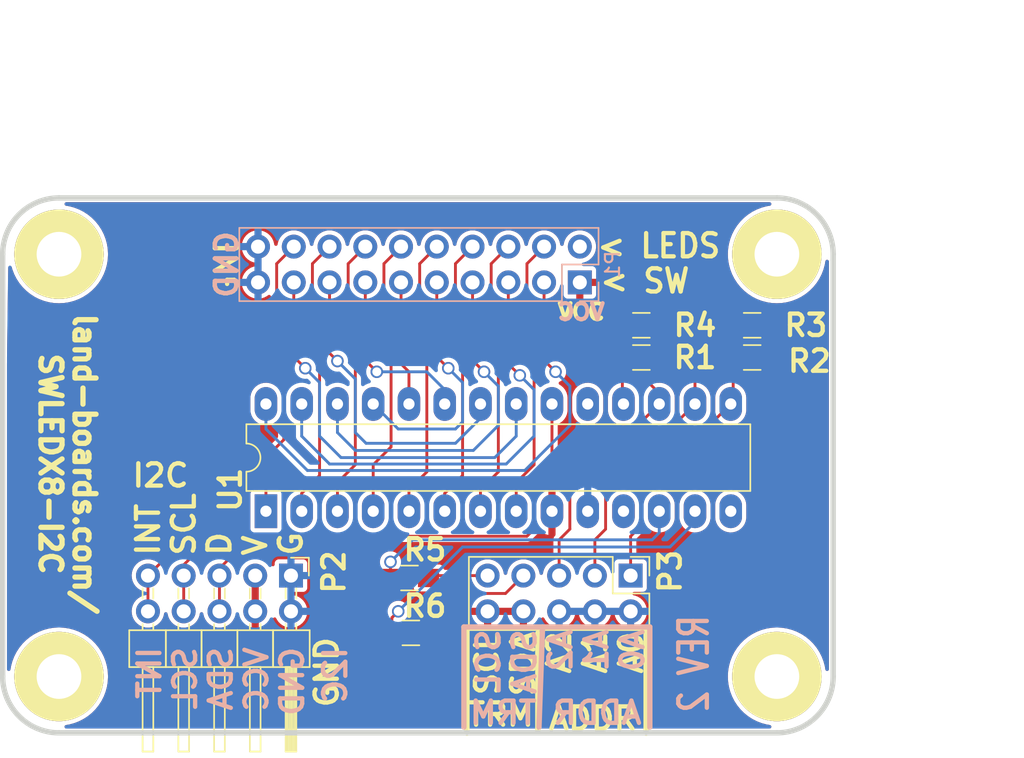
<source format=kicad_pcb>
(kicad_pcb (version 20211014) (generator pcbnew)
  (title_block (title "SWLEDX8-I2C") (date "2017-05-28") (rev "X1") (company "Land Boards, LLC"))
  (layers (0 "F.Cu" signal "Front") (31 "B.Cu" signal "Back") (36 "B.SilkS" user "B.Silkscreen") (37 "F.SilkS" user "F.Silkscreen") (38 "B.Mask" user) (39 "F.Mask" user) (44 "Edge.Cuts" user))
  (net 0 "")
  (net 1 "GND")
  (net 2 "VCC")
  (net 3 "/L0")
  (net 4 "/L1")
  (net 5 "/L2")
  (net 6 "/L3")
  (net 7 "/L4")
  (net 8 "/L5")
  (net 9 "/L6")
  (net 10 "/L7")
  (net 11 "/S4")
  (net 12 "/S5")
  (net 13 "/S6")
  (net 14 "/S7")
  (net 15 "/SDA")
  (net 16 "/SCL")
  (net 17 "/INTS")
  (net 18 "Net-(P3-Pad7)")
  (net 19 "Net-(P3-Pad9)")
  (net 20 "/S0")
  (net 21 "/S1")
  (net 22 "/S2")
  (net 23 "/S3")
  (net 24 "/A1")
  (net 25 "/A0")
  (net 26 "/RST")
  (net 27 "/A2")
  (footprint "Resistors_SMD:R_0805_HandSoldering" (layer "F.Cu") (at 45.372 11.336 180)
    (fp_text reference "R1" (at -3.81 0 180) (layer "F.SilkS") (effects (font (size 1.524 1.524) (thickness 0.3048))))
    (fp_text value "10K" hide)
    (fp_line (start 0.6 0.88) (end -0.6 0.88) (layer "F.SilkS") (width 0.12))
    (fp_line (start -0.6 -0.88) (end 0.6 -0.88) (layer "F.SilkS") (width 0.12))
    (pad "1" smd rect locked (at -1.35 0 180) (size 1.5 1.3) (layers "F.Cu" "F.Mask") (net 2 "VCC"))
    (pad "2" smd rect locked (at 1.35 0 180) (size 1.5 1.3) (layers "F.Cu" "F.Mask") (net 26 "/RST"))
  )
  (footprint "Resistors_SMD:R_0805_HandSoldering" (layer "F.Cu") (at 53.246 11.336 180)
    (fp_text reference "R2" (at -4.064 -0.254) (layer "F.SilkS") (effects (font (size 1.524 1.524) (thickness 0.3048))))
    (fp_text value "10K" hide)
    (fp_line (start 0.6 0.88) (end -0.6 0.88) (layer "F.SilkS") (width 0.12))
    (fp_line (start -0.6 -0.88) (end 0.6 -0.88) (layer "F.SilkS") (width 0.12))
    (pad "1" smd rect locked (at -1.35 0 180) (size 1.5 1.3) (layers "F.Cu" "F.Mask") (net 2 "VCC"))
    (pad "2" smd rect locked (at 1.35 0 180) (size 1.5 1.3) (layers "F.Cu" "F.Mask") (net 25 "/A0"))
  )
  (footprint "Resistors_SMD:R_0805_HandSoldering" (layer "F.Cu") (at 53.246 9.05 180)
    (fp_text reference "R3" (at -3.81 0) (layer "F.SilkS") (effects (font (size 1.524 1.524) (thickness 0.3048))))
    (fp_text value "10K" hide)
    (fp_line (start -0.6 -0.88) (end 0.6 -0.88) (layer "F.SilkS") (width 0.12))
    (fp_line (start 0.6 0.88) (end -0.6 0.88) (layer "F.SilkS") (width 0.12))
    (pad "1" smd rect locked (at -1.35 0 180) (size 1.5 1.3) (layers "F.Cu" "F.Mask") (net 2 "VCC"))
    (pad "2" smd rect locked (at 1.35 0 180) (size 1.5 1.3) (layers "F.Cu" "F.Mask") (net 24 "/A1"))
  )
  (footprint "Resistors_SMD:R_0805_HandSoldering" (layer "F.Cu") (at 45.372 9.05 180)
    (fp_text reference "R4" (at -3.81 0 180) (layer "F.SilkS") (effects (font (size 1.524 1.524) (thickness 0.3048))))
    (fp_text value "10K" hide)
    (fp_line (start -0.6 -0.88) (end 0.6 -0.88) (layer "F.SilkS") (width 0.12))
    (fp_line (start 0.6 0.88) (end -0.6 0.88) (layer "F.SilkS") (width 0.12))
    (pad "1" smd rect locked (at -1.35 0 180) (size 1.5 1.3) (layers "F.Cu" "F.Mask") (net 2 "VCC"))
    (pad "2" smd rect locked (at 1.35 0 180) (size 1.5 1.3) (layers "F.Cu" "F.Mask") (net 27 "/A2"))
  )
  (footprint "Resistors_SMD:R_0805_HandSoldering" (layer "F.Cu") (at 28.9 27)
    (fp_text reference "R5" (at 1.1 -2) (layer "F.SilkS") (effects (font (size 1.524 1.524) (thickness 0.3048))))
    (fp_text value "2.2K" hide)
    (fp_line (start -0.6 -0.88) (end 0.6 -0.88) (layer "F.SilkS") (width 0.12))
    (fp_line (start 0.6 0.88) (end -0.6 0.88) (layer "F.SilkS") (width 0.12))
    (pad "1" smd rect locked (at -1.35 0) (size 1.5 1.3) (layers "F.Cu" "F.Mask") (net 16 "/SCL"))
    (pad "2" smd rect locked (at 1.35 0) (size 1.5 1.3) (layers "F.Cu" "F.Mask") (net 19 "Net-(P3-Pad9)"))
  )
  (footprint "Resistors_SMD:R_0805_HandSoldering" (layer "F.Cu") (at 29 30.9)
    (fp_text reference "R6" (at 1 -1.9) (layer "F.SilkS") (effects (font (size 1.524 1.524) (thickness 0.3048))))
    (fp_text value "2.2K" hide)
    (fp_line (start -0.6 -0.88) (end 0.6 -0.88) (layer "F.SilkS") (width 0.12))
    (fp_line (start 0.6 0.88) (end -0.6 0.88) (layer "F.SilkS") (width 0.12))
    (pad "1" smd rect locked (at -1.35 0) (size 1.5 1.3) (layers "F.Cu" "F.Mask") (net 15 "/SDA"))
    (pad "2" smd rect locked (at 1.35 0) (size 1.5 1.3) (layers "F.Cu" "F.Mask") (net 18 "Net-(P3-Pad7)"))
  )
  (footprint "LandBoards_MountHoles:MTG-4-40" (layer "F.Cu") (at 55 34)
    (fp_text reference "MTG?1" hide)
    (fp_text value "MTG_HOLE" hide)
    (pad "1" thru_hole circle locked (at 0 0) (size 6.35 6.35) (drill 3.175) (layers *.Cu *.Mask "F.SilkS"))
  )
  (footprint "LandBoards_MountHoles:MTG-4-40" (layer "F.Cu") (at 55 4)
    (fp_text reference "MTG1" hide)
    (fp_text value "MTG_HOLE" hide)
    (pad "1" thru_hole circle locked (at 0 0) (size 6.35 6.35) (drill 3.175) (layers *.Cu *.Mask "F.SilkS"))
  )
  (footprint "LandBoards_MountHoles:MTG-4-40" (layer "F.Cu") (at 4 4)
    (fp_text reference "MTG2" hide)
    (fp_text value "MTG_HOLE" hide)
    (pad "1" thru_hole circle locked (at 0 0) (size 6.35 6.35) (drill 3.175) (layers *.Cu *.Mask "F.SilkS"))
  )
  (footprint "LandBoards_MountHoles:MTG-4-40" (layer "F.Cu") (at 4 34)
    (fp_text reference "MTG3" hide)
    (fp_text value "MTG_HOLE" hide)
    (pad "1" thru_hole circle locked (at 0 0) (size 6.35 6.35) (drill 3.175) (layers *.Cu *.Mask "F.SilkS"))
  )
  (footprint "Pin_Headers:Pin_Header_Straight_2x05_Pitch2.54mm" (layer "F.Cu") (at 44.61 26.83 -90)
    (fp_text reference "P3" (at -0.3 -2.8 -90) (layer "F.SilkS") (effects (font (size 1.524 1.524) (thickness 0.3048))))
    (fp_text value "CONN_02X05" hide)
    (fp_line (start -1.33 11.49) (end 3.87 11.49) (layer "F.SilkS") (width 0.12))
    (fp_line (start -1.33 0) (end -1.33 -1.33) (layer "F.SilkS") (width 0.12))
    (fp_line (start 1.27 1.27) (end -1.33 1.27) (layer "F.SilkS") (width 0.12))
    (fp_line (start 3.87 -1.33) (end 1.27 -1.33) (layer "F.SilkS") (width 0.12))
    (fp_line (start -1.33 1.27) (end -1.33 11.49) (layer "F.SilkS") (width 0.12))
    (fp_line (start -1.33 -1.33) (end 0 -1.33) (layer "F.SilkS") (width 0.12))
    (fp_line (start 1.27 -1.33) (end 1.27 1.27) (layer "F.SilkS") (width 0.12))
    (fp_line (start 3.87 11.49) (end 3.87 -1.33) (layer "F.SilkS") (width 0.12))
    (pad "1" thru_hole rect locked (at 0 0 270) (size 1.7 1.7) (drill 1) (layers *.Cu *.Mask) (net 25 "/A0"))
    (pad "2" thru_hole oval locked (at 2.54 0 270) (size 1.7 1.7) (drill 1) (layers *.Cu *.Mask) (net 1 "GND"))
    (pad "3" thru_hole oval locked (at 0 2.54 270) (size 1.7 1.7) (drill 1) (layers *.Cu *.Mask) (net 24 "/A1"))
    (pad "4" thru_hole oval locked (at 2.54 2.54 270) (size 1.7 1.7) (drill 1) (layers *.Cu *.Mask) (net 1 "GND"))
    (pad "5" thru_hole oval locked (at 0 5.08 270) (size 1.7 1.7) (drill 1) (layers *.Cu *.Mask) (net 27 "/A2"))
    (pad "6" thru_hole oval locked (at 2.54 5.08 270) (size 1.7 1.7) (drill 1) (layers *.Cu *.Mask) (net 1 "GND"))
    (pad "7" thru_hole oval locked (at 0 7.62 270) (size 1.7 1.7) (drill 1) (layers *.Cu *.Mask) (net 18 "Net-(P3-Pad7)"))
    (pad "8" thru_hole oval locked (at 2.54 7.62 270) (size 1.7 1.7) (drill 1) (layers *.Cu *.Mask) (net 2 "VCC"))
    (pad "9" thru_hole oval locked (at 0 10.16 270) (size 1.7 1.7) (drill 1) (layers *.Cu *.Mask) (net 19 "Net-(P3-Pad9)"))
    (pad "10" thru_hole oval locked (at 2.54 10.16 270) (size 1.7 1.7) (drill 1) (layers *.Cu *.Mask) (net 2 "VCC"))
  )
  (footprint "Housings_DIP:DIP-28_W7.62mm_LongPads" (layer "F.Cu") (at 18.702 22.258 90)
    (fp_text reference "U1" (at 1.524 -2.54 90) (layer "F.SilkS") (effects (font (size 1.524 1.524) (thickness 0.3048))))
    (fp_text value "MCP23017P" hide)
    (fp_line (start 6.18 -1.39) (end 4.81 -1.39) (layer "F.SilkS") (width 0.12))
    (fp_line (start 1.44 34.41) (end 6.18 34.41) (layer "F.SilkS") (width 0.12))
    (fp_line (start 2.81 -1.39) (end 1.44 -1.39) (layer "F.SilkS") (width 0.12))
    (fp_line (start 1.44 -1.39) (end 1.44 34.41) (layer "F.SilkS") (width 0.12))
    (fp_line (start 6.18 34.41) (end 6.18 -1.39) (layer "F.SilkS") (width 0.12))
    (fp_arc (start 4.81 -1.39) (mid 3.81 -0.39) (end 2.81 -1.39) (layer "F.SilkS") (width 0.12))
    (pad "1" thru_hole rect locked (at 0 0 90) (size 2.4 1.6) (drill 0.8) (layers *.Cu *.Mask) (net 10 "/L7"))
    (pad "2" thru_hole oval locked (at 0 2.54 90) (size 2.4 1.6) (drill 0.8) (layers *.Cu *.Mask) (net 9 "/L6"))
    (pad "3" thru_hole oval locked (at 0 5.08 90) (size 2.4 1.6) (drill 0.8) (layers *.Cu *.Mask) (net 8 "/L5"))
    (pad "4" thru_hole oval locked (at 0 7.62 90) (size 2.4 1.6) (drill 0.8) (layers *.Cu *.Mask) (net 7 "/L4"))
    (pad "5" thru_hole oval locked (at 0 10.16 90) (size 2.4 1.6) (drill 0.8) (layers *.Cu *.Mask) (net 6 "/L3"))
    (pad "6" thru_hole oval locked (at 0 12.7 90) (size 2.4 1.6) (drill 0.8) (layers *.Cu *.Mask) (net 5 "/L2"))
    (pad "7" thru_hole oval locked (at 0 15.24 90) (size 2.4 1.6) (drill 0.8) (layers *.Cu *.Mask) (net 4 "/L1"))
    (pad "8" thru_hole oval locked (at 0 17.78 90) (size 2.4 1.6) (drill 0.8) (layers *.Cu *.Mask) (net 3 "/L0"))
    (pad "9" thru_hole oval locked (at 0 20.32 90) (size 2.4 1.6) (drill 0.8) (layers *.Cu *.Mask) (net 2 "VCC"))
    (pad "10" thru_hole oval locked (at 0 22.86 90) (size 2.4 1.6) (drill 0.8) (layers *.Cu *.Mask) (net 1 "GND"))
    (pad "11" thru_hole oval locked (at 0 25.4 90) (size 2.4 1.6) (drill 0.8) (layers *.Cu *.Mask))
    (pad "12" thru_hole oval locked (at 0 27.94 90) (size 2.4 1.6) (drill 0.8) (layers *.Cu *.Mask) (net 16 "/SCL"))
    (pad "13" thru_hole oval locked (at 0 30.48 90) (size 2.4 1.6) (drill 0.8) (layers *.Cu *.Mask) (net 15 "/SDA"))
    (pad "14" thru_hole oval locked (at 0 33.02 90) (size 2.4 1.6) (drill 0.8) (layers *.Cu *.Mask))
    (pad "15" thru_hole oval locked (at 7.62 33.02 90) (size 2.4 1.6) (drill 0.8) (layers *.Cu *.Mask) (net 25 "/A0"))
    (pad "16" thru_hole oval locked (at 7.62 30.48 90) (size 2.4 1.6) (drill 0.8) (layers *.Cu *.Mask) (net 24 "/A1"))
    (pad "17" thru_hole oval locked (at 7.62 27.94 90) (size 2.4 1.6) (drill 0.8) (layers *.Cu *.Mask) (net 27 "/A2"))
    (pad "18" thru_hole oval locked (at 7.62 25.4 90) (size 2.4 1.6) (drill 0.8) (layers *.Cu *.Mask) (net 26 "/RST"))
    (pad "19" thru_hole oval locked (at 7.62 22.86 90) (size 2.4 1.6) (drill 0.8) (layers *.Cu *.Mask))
    (pad "20" thru_hole oval locked (at 7.62 20.32 90) (size 2.4 1.6) (drill 0.8) (layers *.Cu *.Mask) (net 17 "/INTS"))
    (pad "21" thru_hole oval locked (at 7.62 17.78 90) (size 2.4 1.6) (drill 0.8) (layers *.Cu *.Mask) (net 14 "/S7"))
    (pad "22" thru_hole oval locked (at 7.62 15.24 90) (size 2.4 1.6) (drill 0.8) (layers *.Cu *.Mask) (net 13 "/S6"))
    (pad "23" thru_hole oval locked (at 7.62 12.7 90) (size 2.4 1.6) (drill 0.8) (layers *.Cu *.Mask) (net 12 "/S5"))
    (pad "24" thru_hole oval locked (at 7.62 10.16 90) (size 2.4 1.6) (drill 0.8) (layers *.Cu *.Mask) (net 11 "/S4"))
    (pad "25" thru_hole oval locked (at 7.62 7.62 90) (size 2.4 1.6) (drill 0.8) (layers *.Cu *.Mask) (net 23 "/S3"))
    (pad "26" thru_hole oval locked (at 7.62 5.08 90) (size 2.4 1.6) (drill 0.8) (layers *.Cu *.Mask) (net 22 "/S2"))
    (pad "27" thru_hole oval locked (at 7.62 2.54 90) (size 2.4 1.6) (drill 0.8) (layers *.Cu *.Mask) (net 21 "/S1"))
    (pad "28" thru_hole oval locked (at 7.62 0 90) (size 2.4 1.6) (drill 0.8) (layers *.Cu *.Mask) (net 20 "/S0"))
  )
  (footprint "Pin_Headers:Pin_Header_Angled_2x05_Pitch2.54mm" (layer "F.Cu") (at 20.48 26.83 -90)
    (fp_text reference "P2" (at -0.254 -3.048 -90) (layer "F.SilkS") (effects (font (size 1.524 1.524) (thickness 0.3048))))
    (fp_text value "CONN_02X05" hide)
    (fp_line (start 3.45 8) (end 3.88 8) (layer "F.SilkS") (width 0.12))
    (fp_line (start 6.5 3.81) (end 6.5 1.27) (layer "F.SilkS") (width 0.12))
    (fp_line (start 12.5 9.78) (end 6.5 9.78) (layer "F.SilkS") (width 0.12))
    (fp_line (start 12.5 2.16) (end 6.5 2.16) (layer "F.SilkS") (width 0.12))
    (fp_line (start 3.45 7.24) (end 3.88 7.24) (layer "F.SilkS") (width 0.12))
    (fp_line (start 3.45 0.38) (end 3.88 0.38) (layer "F.SilkS") (width 0.12))
    (fp_line (start 3.88 3.81) (end 3.88 6.35) (layer "F.SilkS") (width 0.12))
    (fp_line (start 12.5 2.92) (end 12.5 2.16) (layer "F.SilkS") (width 0.12))
    (fp_line (start 6.5 -0.38) (end 6.5 0.38) (layer "F.SilkS") (width 0.12))
    (fp_line (start 6.5 -1.33) (end 3.88 -1.33) (layer "F.SilkS") (width 0.12))
    (fp_line (start 3.88 6.35) (end 6.5 6.35) (layer "F.SilkS") (width 0.12))
    (fp_line (start 6.5 -0.14) (end 12.5 -0.14) (layer "F.SilkS") (width 0.12))
    (fp_line (start 12.5 4.7) (end 6.5 4.7) (layer "F.SilkS") (width 0.12))
    (fp_line (start 6.5 8.89) (end 3.88 8.89) (layer "F.SilkS") (width 0.12))
    (fp_line (start 6.5 0.38) (end 12.5 0.38) (layer "F.SilkS") (width 0.12))
    (fp_line (start 0.91 8) (end 1.63 8) (layer "F.SilkS") (width 0.12))
    (fp_line (start 6.5 6.35) (end 3.88 6.35) (layer "F.SilkS") (width 0.12))
    (fp_line (start 6.5 8) (end 12.5 8) (layer "F.SilkS") (width 0.12))
    (fp_line (start 6.5 2.92) (end 12.5 2.92) (layer "F.SilkS") (width 0.12))
    (fp_line (start 0.91 0.38) (end 1.63 0.38) (layer "F.SilkS") (width 0.12))
    (fp_line (start 6.5 6.35) (end 6.5 3.81) (layer "F.SilkS") (width 0.12))
    (fp_line (start 0.91 -0.38) (end 1.63 -0.38) (layer "F.SilkS") (width 0.12))
    (fp_line (start 0.91 10.54) (end 1.63 10.54) (layer "F.SilkS") (width 0.12))
    (fp_line (start -1.27 0) (end -1.27 -1.27) (layer "F.SilkS") (width 0.12))
    (fp_line (start 6.5 10.54) (end 12.5 10.54) (layer "F.SilkS") (width 0.12))
    (fp_line (start 6.5 -0.02) (end 12.5 -0.02) (layer "F.SilkS") (width 0.12))
    (fp_line (start 3.45 9.78) (end 3.88 9.78) (layer "F.SilkS") (width 0.12))
    (fp_line (start 6.5 5.46) (end 12.5 5.46) (layer "F.SilkS") (width 0.12))
    (fp_line (start 6.5 0.22) (end 12.5 0.22) (layer "F.SilkS") (width 0.12))
    (fp_line (start 3.88 1.27) (end 6.5 1.27) (layer "F.SilkS") (width 0.12))
    (fp_line (start 3.45 2.92) (end 3.88 2.92) (layer "F.SilkS") (width 0.12))
    (fp_line (start 12.5 8) (end 12.5 7.24) (layer "F.SilkS") (width 0.12))
    (fp_line (start 3.88 6.35) (end 3.88 8.89) (layer "F.SilkS") (width 0.12))
    (fp_line (start 0.91 4.7) (end 1.63 4.7) (layer "F.SilkS") (width 0.12))
    (fp_line (start 12.5 0.38) (end 12.5 -0.38) (layer "F.SilkS") (width 0.12))
    (fp_line (start 3.45 10.54) (end 3.88 10.54) (layer "F.SilkS") (width 0.12))
    (fp_line (start 12.5 5.46) (end 12.5 4.7) (layer "F.SilkS") (width 0.12))
    (fp_line (start 3.88 8.89) (end 6.5 8.89) (layer "F.SilkS") (width 0.12))
    (fp_line (start 6.5 11.49) (end 6.5 8.89) (layer "F.SilkS") (width 0.12))
    (fp_line (start 6.5 0.1) (end 12.5 0.1) (layer "F.SilkS") (width 0.12))
    (fp_line (start 6.5 3.81) (end 3.88 3.81) (layer "F.SilkS") (width 0.12))
    (fp_line (start 3.88 3.81) (end 6.5 3.81) (layer "F.SilkS") (width 0.12))
    (fp_line (start 6.5 2.16) (end 6.5 2.92) (layer "F.SilkS") (width 0.12))
    (fp_line (start 6.5 7.24) (end 6.5 8) (layer "F.SilkS") (width 0.12))
    (fp_line (start 6.5 1.27) (end 3.88 1.27) (layer "F.SilkS") (width 0.12))
    (fp_line (start 3.88 8.89) (end 3.88 11.49) (layer "F.SilkS") (width 0.12))
    (fp_line (start 6.5 0.34) (end 12.5 0.34) (layer "F.SilkS") (width 0.12))
    (fp_line (start 3.88 11.49) (end 6.5 11.49) (layer "F.SilkS") (width 0.12))
    (fp_line (start 6.5 4.7) (end 6.5 5.46) (layer "F.SilkS") (width 0.12))
    (fp_line (start 3.45 5.46) (end 3.88 5.46) (layer "F.SilkS") (width 0.12))
    (fp_line (start 0.91 2.92) (end 1.63 2.92) (layer "F.SilkS") (width 0.12))
    (fp_line (start -1.27 -1.27) (end 0 -1.27) (layer "F.SilkS") (width 0.12))
    (fp_line (start 0.91 7.24) (end 1.63 7.24) (layer "F.SilkS") (width 0.12))
    (fp_line (start 3.45 2.16) (end 3.88 2.16) (layer "F.SilkS") (width 0.12))
    (fp_line (start 0.91 5.46) (end 1.63 5.46) (layer "F.SilkS") (width 0.12))
    (fp_line (start 12.5 7.24) (end 6.5 7.24) (layer "F.SilkS") (width 0.12))
    (fp_line (start 3.88 -1.33) (end 3.88 1.27) (layer "F.SilkS") (width 0.12))
    (fp_line (start 6.5 -0.26) (end 12.5 -0.26) (layer "F.SilkS") (width 0.12))
    (fp_line (start 6.5 1.27) (end 6.5 -1.33) (layer "F.SilkS") (width 0.12))
    (fp_line (start 0.91 2.16) (end 1.63 2.16) (layer "F.SilkS") (width 0.12))
    (fp_line (start 0.91 9.78) (end 1.63 9.78) (layer "F.SilkS") (width 0.12))
    (fp_line (start 12.5 -0.38) (end 6.5 -0.38) (layer "F.SilkS") (width 0.12))
    (fp_line (start 12.5 10.54) (end 12.5 9.78) (layer "F.SilkS") (width 0.12))
    (fp_line (start 3.45 -0.38) (end 3.88 -0.38) (layer "F.SilkS") (width 0.12))
    (fp_line (start 3.88 1.27) (end 3.88 3.81) (layer "F.SilkS") (width 0.12))
    (fp_line (start 6.5 9.78) (end 6.5 10.54) (layer "F.SilkS") (width 0.12))
    (fp_line (start 6.5 8.89) (end 6.5 6.35) (layer "F.SilkS") (width 0.12))
    (fp_line (start 3.45 4.7) (end 3.88 4.7) (layer "F.SilkS") (width 0.12))
    (pad "1" thru_hole rect locked (at 0 0 270) (size 1.7 1.7) (drill 1) (layers *.Cu *.Mask) (net 1 "GND"))
    (pad "2" thru_hole oval locked (at 2.54 0 270) (size 1.7 1.7) (drill 1) (layers *.Cu *.Mask) (net 1 "GND"))
    (pad "3" thru_hole oval locked (at 0 2.54 270) (size 1.7 1.7) (drill 1) (layers *.Cu *.Mask) (net 2 "VCC"))
    (pad "4" thru_hole oval locked (at 2.54 2.54 270) (size 1.7 1.7) (drill 1) (layers *.Cu *.Mask) (net 2 "VCC"))
    (pad "5" thru_hole oval locked (at 0 5.08 270) (size 1.7 1.7) (drill 1) (layers *.Cu *.Mask) (net 15 "/SDA"))
    (pad "6" thru_hole oval locked (at 2.54 5.08 270) (size 1.7 1.7) (drill 1) (layers *.Cu *.Mask) (net 15 "/SDA"))
    (pad "7" thru_hole oval locked (at 0 7.62 270) (size 1.7 1.7) (drill 1) (layers *.Cu *.Mask) (net 16 "/SCL"))
    (pad "8" thru_hole oval locked (at 2.54 7.62 270) (size 1.7 1.7) (drill 1) (layers *.Cu *.Mask) (net 16 "/SCL"))
    (pad "9" thru_hole oval locked (at 0 10.16 270) (size 1.7 1.7) (drill 1) (layers *.Cu *.Mask) (net 17 "/INTS"))
    (pad "10" thru_hole oval locked (at 2.54 10.16 270) (size 1.7 1.7) (drill 1) (layers *.Cu *.Mask) (net 17 "/INTS"))
  )
  (footprint "Connector_PinHeader_2.54mm:PinHeader_2x10_P2.54mm_Vertical" (layer "B.Cu") (at 41 6 90)
    (fp_text reference "P1" (at 1.27 2.33 270) (layer "B.SilkS") (effects (justify mirror)))
    (fp_text value "CONN_02X10")
    (fp_line (start -1.33 0) (end -1.33 1.33) (layer "B.SilkS") (width 0.12))
    (fp_line (start -1.33 -1.27) (end -1.33 -24.19) (layer "B.SilkS") (width 0.12))
    (fp_line (start -1.33 -1.27) (end 1.27 -1.27) (layer "B.SilkS") (width 0.12))
    (fp_line (start 1.27 -1.27) (end 1.27 1.33) (layer "B.SilkS") (width 0.12))
    (fp_line (start -1.33 1.33) (end 0 1.33) (layer "B.SilkS") (width 0.12))
    (fp_line (start -1.33 -24.19) (end 3.87 -24.19) (layer "B.SilkS") (width 0.12))
    (fp_line (start 1.27 1.33) (end 3.87 1.33) (layer "B.SilkS") (width 0.12))
    (fp_line (start 3.87 1.33) (end 3.87 -24.19) (layer "B.SilkS") (width 0.12))
    (pad "1" thru_hole rect locked (at 0 0 90) (size 1.7 1.7) (drill 1) (layers *.Cu *.Mask) (net 2 "VCC"))
    (pad "2" thru_hole oval locked (at 2.54 0 90) (size 1.7 1.7) (drill 1) (layers *.Cu *.Mask))
    (pad "3" thru_hole oval locked (at 0 -2.54 90) (size 1.7 1.7) (drill 1) (layers *.Cu *.Mask) (net 20 "/S0"))
    (pad "4" thru_hole oval locked (at 2.54 -2.54 90) (size 1.7 1.7) (drill 1) (layers *.Cu *.Mask) (net 3 "/L0"))
    (pad "5" thru_hole oval locked (at 0 -5.08 90) (size 1.7 1.7) (drill 1) (layers *.Cu *.Mask) (net 21 "/S1"))
    (pad "6" thru_hole oval locked (at 2.54 -5.08 90) (size 1.7 1.7) (drill 1) (layers *.Cu *.Mask) (net 4 "/L1"))
    (pad "7" thru_hole oval locked (at 0 -7.62 90) (size 1.7 1.7) (drill 1) (layers *.Cu *.Mask) (net 22 "/S2"))
    (pad "8" thru_hole oval locked (at 2.54 -7.62 90) (size 1.7 1.7) (drill 1) (layers *.Cu *.Mask) (net 5 "/L2"))
    (pad "9" thru_hole oval locked (at 0 -10.16 90) (size 1.7 1.7) (drill 1) (layers *.Cu *.Mask) (net 23 "/S3"))
    (pad "10" thru_hole oval locked (at 2.54 -10.16 90) (size 1.7 1.7) (drill 1) (layers *.Cu *.Mask) (net 6 "/L3"))
    (pad "11" thru_hole oval locked (at 0 -12.7 90) (size 1.7 1.7) (drill 1) (layers *.Cu *.Mask) (net 11 "/S4"))
    (pad "12" thru_hole oval locked (at 2.54 -12.7 90) (size 1.7 1.7) (drill 1) (layers *.Cu *.Mask) (net 7 "/L4"))
    (pad "13" thru_hole oval locked (at 0 -15.24 90) (size 1.7 1.7) (drill 1) (layers *.Cu *.Mask) (net 12 "/S5"))
    (pad "14" thru_hole oval locked (at 2.54 -15.24 90) (size 1.7 1.7) (drill 1) (layers *.Cu *.Mask) (net 8 "/L5"))
    (pad "15" thru_hole oval locked (at 0 -17.78 90) (size 1.7 1.7) (drill 1) (layers *.Cu *.Mask) (net 13 "/S6"))
    (pad "16" thru_hole oval locked (at 2.54 -17.78 90) (size 1.7 1.7) (drill 1) (layers *.Cu *.Mask) (net 9 "/L6"))
    (pad "17" thru_hole oval locked (at 0 -20.32 90) (size 1.7 1.7) (drill 1) (layers *.Cu *.Mask) (net 14 "/S7"))
    (pad "18" thru_hole oval locked (at 2.54 -20.32 90) (size 1.7 1.7) (drill 1) (layers *.Cu *.Mask) (net 10 "/L7"))
    (pad "19" thru_hole oval locked (at 0 -22.86 90) (size 1.7 1.7) (drill 1) (layers *.Cu *.Mask) (net 1 "GND"))
    (pad "20" thru_hole oval locked (at 2.54 -22.86 90) (size 1.7 1.7) (drill 1) (layers *.Cu *.Mask) (net 1 "GND"))
  )
  (gr_line (start 32.766 30.48) (end 45.974 30.48) (layer "B.SilkS") (width 0.381))
  (gr_line (start 45.974 30.48) (end 45.974 37.592) (layer "B.SilkS") (width 0.381))
  (gr_line (start 38.354 30.48) (end 38.1 37.592) (layer "B.SilkS") (width 0.381))
  (gr_line (start 32.766 30.48) (end 32.766 37.592) (layer "B.SilkS") (width 0.381))
  (gr_line (start 38.017 37.902) (end 38.017 30.917) (layer "F.SilkS") (width 0.381))
  (gr_line (start 45.71 38.029) (end 45.71 30.79) (layer "F.SilkS") (width 0.381))
  (gr_line (start 32.983 30.79) (end 32.983 38.029) (layer "F.SilkS") (width 0.381))
  (gr_line (start 4 0) (end 55 0) (layer "Edge.Cuts") (width 0.381))
  (gr_line (start 59 4) (end 59 34) (layer "Edge.Cuts") (width 0.381))
  (gr_line (start 0 34) (end 0 4) (layer "Edge.Cuts") (width 0.381))
  (gr_arc (start 0 4) (mid 1.171573 1.171573) (end 4 0) (layer "Edge.Cuts") (width 0.381))
  (gr_arc (start 4 38) (mid 1.171573 36.828427) (end 0 34) (layer "Edge.Cuts") (width 0.381))
  (gr_arc (start 59 34) (mid 57.828427 36.828427) (end 55 38) (layer "Edge.Cuts") (width 0.381))
  (gr_arc (start 55 0) (mid 57.828427 1.171573) (end 59 4) (layer "Edge.Cuts") (width 0.381))
  (gr_line (start 55 38) (end 4 38) (layer "Edge.Cuts") (width 0.381))
  (gr_text "GND" (at 15.908 4.732 90) (layer "B.SilkS") (effects (font (size 1.524 1.524) (thickness 0.3048)) (justify mirror)))
  (gr_text "ADDR TRM" (at 33.02 36.576) (layer "B.SilkS") (effects (font (size 1.5875 1.6129) (thickness 0.3048)) (justify right mirror)))
  (gr_text "SCL\nSDA\nA2\nA1\nA0" (at 39.624 30.48 90) (layer "B.SilkS") (effects (font (size 1.5875 1.6129) (thickness 0.3048)) (justify left mirror)))
  (gr_text "INT\nSCL\nSDA\nVCC\nGND" (at 15.494 31.75 90) (layer "B.SilkS") (effects (font (size 1.5748 1.5748) (thickness 0.3048)) (justify left mirror)))
  (gr_text "VCC" (at 41.1 8.1) (layer "B.SilkS") (effects (font (size 1.143 1.143) (thickness 0.28575)) (justify mirror)))
  (gr_text "REV 2" (at 49.1 33.1 90) (layer "B.SilkS") (effects (font (size 2.032 1.524) (thickness 0.3048)) (justify mirror)))
  (gr_text "I2C" (at 23.622 31.75 90) (layer "B.SilkS") (effects (font (size 1.5875 1.6129) (thickness 0.3048)) (justify left mirror)))
  (gr_text "GND" (at 23.02 36.355 90) (layer "F.SilkS") (effects (font (size 1.5875 1.6129) (thickness 0.3048)) (justify left)))
  (gr_text "< SW" (at 42.3 5.9) (layer "F.SilkS") (effects (font (size 1.651 1.524) (thickness 0.3048)) (justify left)))
  (gr_text "SCL\nSDA\nA2\nA1\nA0" (at 39.53 30.64 90) (layer "F.SilkS") (effects (font (size 1.5875 1.6129) (thickness 0.3048)) (justify right)))
  (gr_text "TRM" (at 37.9 36.7) (layer "F.SilkS") (effects (font (size 1.5875 1.6129) (thickness 0.3048)) (justify right)))
  (gr_text "GND" (at 15.908 4.732 90) (layer "F.SilkS") (effects (font (size 1.524 1.524) (thickness 0.3048))))
  (gr_text "ADDR" (at 45.245 36.99) (layer "F.SilkS") (effects (font (size 1.5875 1.6129) (thickness 0.3048)) (justify right)))
  (gr_text "land-boards.com/\nSWLEDX8-I2C" (at 4.6 18.9 270) (layer "F.SilkS") (effects (font (size 1.5 1.5) (thickness 0.375))))
  (gr_text "VCC" (at 41.1 8.1) (layer "F.SilkS") (effects (font (size 1.143 1.143) (thickness 0.28575))))
  (gr_text "INT\nSCL\nD\nV\nG" (at 15.4 25.56 90) (layer "F.SilkS") (effects (font (size 1.5748 1.5748) (thickness 0.3048)) (justify left)))
  (gr_text "< LEDS" (at 42.1 3.4) (layer "F.SilkS") (effects (font (size 1.651 1.524) (thickness 0.3048)) (justify left)))
  (gr_text "I2C" (at 9.05 19.718) (layer "F.SilkS") (effects (font (size 1.5875 1.6129) (thickness 0.3048)) (justify left)))
  (segment (start 36.482 20.226) (end 37.752 18.956) (width 0.2032) (layer "F.Cu") (net 3))
  (segment (start 37.752 18.956) (end 37.752 7.526) (width 0.2032) (layer "F.Cu") (net 3))
  (segment (start 37.752 7.526) (end 37.244 7.018) (width 0.2032) (layer "F.Cu") (net 3))
  (segment (start 37.244 7.018) (end 37.244 4.676) (width 0.2032) (layer "F.Cu") (net 3))
  (segment (start 37.244 4.676) (end 38.46 3.46) (width 0.2032) (layer "F.Cu") (net 3))
  (segment (start 36.482 22.258) (end 36.482 20.226) (width 0.2032) (layer "F.Cu") (net 3))
  (segment (start 33.942 20.734) (end 35.212 19.464) (width 0.2032) (layer "F.Cu") (net 4))
  (segment (start 35.212 19.464) (end 35.212 7.78) (width 0.2032) (layer "F.Cu") (net 4))
  (segment (start 35.212 7.78) (end 34.704 7.272) (width 0.2032) (layer "F.Cu") (net 4))
  (segment (start 34.704 7.272) (end 34.704 4.676) (width 0.2032) (layer "F.Cu") (net 4))
  (segment (start 34.704 4.676) (end 35.92 3.46) (width 0.2032) (layer "F.Cu") (net 4))
  (segment (start 33.942 22.258) (end 33.942 20.734) (width 0.2032) (layer "F.Cu") (net 4))
  (segment (start 31.402 20.988) (end 32.672 19.718) (width 0.2032) (layer "F.Cu") (net 5))
  (segment (start 32.672 19.718) (end 32.672 8.034) (width 0.2032) (layer "F.Cu") (net 5))
  (segment (start 32.672 8.034) (end 32.164 7.526) (width 0.2032) (layer "F.Cu") (net 5))
  (segment (start 32.164 7.526) (end 32.164 4.676) (width 0.2032) (layer "F.Cu") (net 5))
  (segment (start 32.164 4.676) (end 33.38 3.46) (width 0.2032) (layer "F.Cu") (net 5))
  (segment (start 31.402 22.258) (end 31.402 20.988) (width 0.2032) (layer "F.Cu") (net 5))
  (segment (start 28.862 20.734) (end 30.132 19.464) (width 0.2032) (layer "F.Cu") (net 6))
  (segment (start 30.132 19.464) (end 30.132 8.034) (width 0.2032) (layer "F.Cu") (net 6))
  (segment (start 30.132 8.034) (end 29.624 7.526) (width 0.2032) (layer "F.Cu") (net 6))
  (segment (start 29.624 7.526) (end 29.624 4.676) (width 0.2032) (layer "F.Cu") (net 6))
  (segment (start 29.624 4.676) (end 30.84 3.46) (width 0.2032) (layer "F.Cu") (net 6))
  (segment (start 28.862 22.258) (end 28.862 20.734) (width 0.2032) (layer "F.Cu") (net 6))
  (segment (start 26.322 18.956) (end 27.592 17.686) (width 0.2032) (layer "F.Cu") (net 7))
  (segment (start 27.592 17.686) (end 27.592 7.78) (width 0.2032) (layer "F.Cu") (net 7))
  (segment (start 27.592 7.78) (end 27.084 7.272) (width 0.2032) (layer "F.Cu") (net 7))
  (segment (start 27.084 7.272) (end 27.084 4.676) (width 0.2032) (layer "F.Cu") (net 7))
  (segment (start 27.084 4.676) (end 28.3 3.46) (width 0.2032) (layer "F.Cu") (net 7))
  (segment (start 26.322 22.258) (end 26.322 18.956) (width 0.2032) (layer "F.Cu") (net 7))
  (segment (start 23.782 20.226) (end 25.052 18.956) (width 0.2032) (layer "F.Cu") (net 8))
  (segment (start 25.052 18.956) (end 25.052 8.034) (width 0.2032) (layer "F.Cu") (net 8))
  (segment (start 25.052 8.034) (end 24.544 7.526) (width 0.2032) (layer "F.Cu") (net 8))
  (segment (start 24.544 7.526) (end 24.544 4.676) (width 0.2032) (layer "F.Cu") (net 8))
  (segment (start 24.544 4.676) (end 25.76 3.46) (width 0.2032) (layer "F.Cu") (net 8))
  (segment (start 23.782 22.258) (end 23.782 20.226) (width 0.2032) (layer "F.Cu") (net 8))
  (segment (start 21.242 20.988) (end 22.512 19.718) (width 0.2032) (layer "F.Cu") (net 9))
  (segment (start 22.512 19.718) (end 22.512 8.034) (width 0.2032) (layer "F.Cu") (net 9))
  (segment (start 22.512 8.034) (end 22.004 7.526) (width 0.2032) (layer "F.Cu") (net 9))
  (segment (start 22.004 7.526) (end 22.004 4.676) (width 0.2032) (layer "F.Cu") (net 9))
  (segment (start 22.004 4.676) (end 23.22 3.46) (width 0.2032) (layer "F.Cu") (net 9))
  (segment (start 21.242 22.258) (end 21.242 20.988) (width 0.2032) (layer "F.Cu") (net 9))
  (segment (start 18.702 18.448) (end 19.972 17.178) (width 0.2032) (layer "F.Cu") (net 10))
  (segment (start 19.972 17.178) (end 19.972 8.542) (width 0.2032) (layer "F.Cu") (net 10))
  (segment (start 19.972 8.542) (end 19.464 8.034) (width 0.2032) (layer "F.Cu") (net 10))
  (segment (start 19.464 8.034) (end 19.464 4.676) (width 0.2032) (layer "F.Cu") (net 10))
  (segment (start 19.464 4.676) (end 20.68 3.46) (width 0.2032) (layer "F.Cu") (net 10))
  (segment (start 18.702 22.258) (end 18.702 18.448) (width 0.2032) (layer "F.Cu") (net 10))
  (segment (start 28.3 11.79) (end 28.862 12.352) (width 0.2032) (layer "F.Cu") (net 11))
  (segment (start 28.862 12.352) (end 28.862 14.638) (width 0.2032) (layer "F.Cu") (net 11))
  (segment (start 28.3 6) (end 28.3 11.79) (width 0.2032) (layer "F.Cu") (net 11))
  (segment (start 26.576 12.352) (end 25.76 11.536) (width 0.2032) (layer "F.Cu") (net 12))
  (segment (start 25.76 11.536) (end 25.76 6) (width 0.2032) (layer "F.Cu") (net 12))
  (via (at 26.576 12.352) (size 0.889) (drill 0.635) (layers "F.Cu" "B.Cu") (net 12))
  (segment (start 31.402 13.622) (end 30.132 12.352) (width 0.2032) (layer "B.Cu") (net 12))
  (segment (start 30.132 12.352) (end 26.576 12.352) (width 0.2032) (layer "B.Cu") (net 12))
  (segment (start 31.402 14.638) (end 31.402 13.622) (width 0.2032) (layer "B.Cu") (net 12))
  (segment (start 23.782 11.59) (end 23.22 11.028) (width 0.2032) (layer "F.Cu") (net 13))
  (segment (start 23.22 11.028) (end 23.22 6) (width 0.2032) (layer "F.Cu") (net 13))
  (via (at 23.782 11.59) (size 0.889) (drill 0.635) (layers "F.Cu" "B.Cu") (net 13))
  (segment (start 33.942 15.654) (end 32.164 17.432) (width 0.2032) (layer "B.Cu") (net 13))
  (segment (start 32.164 17.432) (end 25.814 17.432) (width 0.2032) (layer "B.Cu") (net 13))
  (segment (start 25.814 17.432) (end 25.052 16.67) (width 0.2032) (layer "B.Cu") (net 13))
  (segment (start 25.052 16.67) (end 25.052 12.86) (width 0.2032) (layer "B.Cu") (net 13))
  (segment (start 25.052 12.86) (end 23.782 11.59) (width 0.2032) (layer "B.Cu") (net 13))
  (segment (start 33.942 14.638) (end 33.942 15.654) (width 0.2032) (layer "B.Cu") (net 13))
  (segment (start 21.496 12.098) (end 20.68 11.282) (width 0.2032) (layer "F.Cu") (net 14))
  (segment (start 20.68 11.282) (end 20.68 6) (width 0.2032) (layer "F.Cu") (net 14))
  (via (at 21.496 12.098) (size 0.889) (drill 0.635) (layers "F.Cu" "B.Cu") (net 14))
  (segment (start 22.512 13.114) (end 21.496 12.098) (width 0.2032) (layer "B.Cu") (net 14))
  (segment (start 22.512 16.924) (end 24.036 18.448) (width 0.2032) (layer "B.Cu") (net 14))
  (segment (start 24.036 18.448) (end 34.958 18.448) (width 0.2032) (layer "B.Cu") (net 14))
  (segment (start 34.958 18.448) (end 36.482 16.924) (width 0.2032) (layer "B.Cu") (net 14))
  (segment (start 36.482 14.638) (end 36.482 16.924) (width 0.2032) (layer "B.Cu") (net 14))
  (segment (start 22.512 13.114) (end 22.512 16.924) (width 0.2032) (layer "B.Cu") (net 14))
  (segment (start 27.65 29.82) (end 28.1 29.37) (width 0.2032) (layer "F.Cu") (net 15))
  (segment (start 15.4 26.322) (end 16.720798 25.001202) (width 0.2032) (layer "F.Cu") (net 15))
  (segment (start 16.720798 25.001202) (end 22.461202 25.001202) (width 0.2032) (layer "F.Cu") (net 15))
  (segment (start 22.461202 25.001202) (end 27.65 30.19) (width 0.2032) (layer "F.Cu") (net 15))
  (segment (start 15.4 26.83) (end 15.4 26.322) (width 0.2032) (layer "F.Cu") (net 15))
  (segment (start 27.65 30.9) (end 27.65 29.82) (width 0.2032) (layer "F.Cu") (net 15))
  (segment (start 15.4 29.37) (end 15.4 26.83) (width 0.2032) (layer "F.Cu") (net 15))
  (via (at 28.1 29.37) (size 0.889) (drill 0.635) (layers "F.Cu" "B.Cu") (net 15))
  (segment (start 49.182 23.02) (end 47.404 24.798) (width 0.2032) (layer "B.Cu") (net 15))
  (segment (start 47.404 24.798) (end 32.672 24.798) (width 0.2032) (layer "B.Cu") (net 15))
  (segment (start 32.672 24.798) (end 28.1 29.37) (width 0.2032) (layer "B.Cu") (net 15))
  (segment (start 49.182 22.258) (end 49.182 23.02) (width 0.2032) (layer "B.Cu") (net 15))
  (segment (start 12.86 26.068) (end 14.384 24.544) (width 0.2032) (layer "F.Cu") (net 16))
  (segment (start 14.384 24.544) (end 23.274 24.544) (width 0.2032) (layer "F.Cu") (net 16))
  (segment (start 23.274 24.544) (end 25.73 27) (width 0.2032) (layer "F.Cu") (net 16))
  (segment (start 25.73 27) (end 27.55 27) (width 0.2032) (layer "F.Cu") (net 16))
  (segment (start 12.86 29.37) (end 12.86 26.83) (width 0.2032) (layer "F.Cu") (net 16))
  (segment (start 12.86 26.83) (end 12.86 26.068) (width 0.2032) (layer "F.Cu") (net 16))
  (segment (start 27.55 27) (end 27.55 25.856) (width 0.2032) (layer "F.Cu") (net 16))
  (via (at 27.55 25.856) (size 0.889) (drill 0.635) (layers "F.Cu" "B.Cu") (net 16))
  (segment (start 46.134 24.29) (end 46.642 23.782) (width 0.2032) (layer "B.Cu") (net 16))
  (segment (start 46.642 23.782) (end 46.642 22.258) (width 0.2032) (layer "B.Cu") (net 16))
  (segment (start 27.55 25.856) (end 29.116 24.29) (width 0.2032) (layer "B.Cu") (net 16))
  (segment (start 29.116 24.29) (end 46.134 24.29) (width 0.2032) (layer "B.Cu") (net 16))
  (segment (start 37.752 23.528) (end 37.752 20.734) (width 0.2032) (layer "F.Cu") (net 17))
  (segment (start 37.752 20.734) (end 39.022 19.464) (width 0.2032) (layer "F.Cu") (net 17))
  (segment (start 39.022 19.464) (end 39.022 14.638) (width 0.2032) (layer "F.Cu") (net 17))
  (segment (start 13.114 24.036) (end 10.32 26.83) (width 0.2032) (layer "F.Cu") (net 17))
  (segment (start 37.244 24.036) (end 37.752 23.528) (width 0.2032) (layer "F.Cu") (net 17))
  (segment (start 13.114 24.036) (end 37.244 24.036) (width 0.2032) (layer "F.Cu") (net 17))
  (segment (start 10.32 29.37) (end 10.32 26.83) (width 0.2032) (layer "F.Cu") (net 17))
  (segment (start 30.35 30.676) (end 32.926 28.1) (width 0.2032) (layer "F.Cu") (net 18))
  (segment (start 32.926 28.1) (end 35.72 28.1) (width 0.2032) (layer "F.Cu") (net 18))
  (segment (start 35.72 28.1) (end 36.99 26.83) (width 0.2032) (layer "F.Cu") (net 18))
  (segment (start 30.35 30.9) (end 30.35 30.676) (width 0.2032) (layer "F.Cu") (net 18))
  (segment (start 30.42 26.83) (end 30.25 27) (width 0.2032) (layer "F.Cu") (net 19))
  (segment (start 34.45 26.83) (end 30.42 26.83) (width 0.2032) (layer "F.Cu") (net 19))
  (segment (start 39.276 12.352) (end 38.46 11.536) (width 0.2032) (layer "F.Cu") (net 20))
  (segment (start 38.46 11.536) (end 38.46 6) (width 0.2032) (layer "F.Cu") (net 20))
  (via (at 39.276 12.352) (size 0.889) (drill 0.635) (layers "F.Cu" "B.Cu") (net 20))
  (segment (start 40.292 13.368) (end 39.276 12.352) (width 0.2032) (layer "B.Cu") (net 20))
  (segment (start 18.702 16.416) (end 21.648404 19.362404) (width 0.2032) (layer "B.Cu") (net 20))
  (segment (start 21.648404 19.362404) (end 37.091596 19.362404) (width 0.2032) (layer "B.Cu") (net 20))
  (segment (start 37.091596 19.362404) (end 40.292 16.162) (width 0.2032) (layer "B.Cu") (net 20))
  (segment (start 40.292 16.162) (end 40.292 13.368) (width 0.2032) (layer "B.Cu") (net 20))
  (segment (start 18.702 14.638) (end 18.702 16.416) (width 0.2032) (layer "B.Cu") (net 20))
  (segment (start 35.92 11.79) (end 36.736 12.606) (width 0.2032) (layer "F.Cu") (net 21))
  (segment (start 35.92 6) (end 35.92 11.79) (width 0.2032) (layer "F.Cu") (net 21))
  (via (at 36.736 12.606) (size 0.889) (drill 0.635) (layers "F.Cu" "B.Cu") (net 21))
  (segment (start 36.736 12.606) (end 37.752 13.622) (width 0.2032) (layer "B.Cu") (net 21))
  (segment (start 37.752 16.924) (end 37.752 13.622) (width 0.2032) (layer "B.Cu") (net 21))
  (segment (start 21.242 16.924) (end 23.223202 18.905202) (width 0.2032) (layer "B.Cu") (net 21))
  (segment (start 23.223202 18.905202) (end 35.770798 18.905202) (width 0.2032) (layer "B.Cu") (net 21))
  (segment (start 35.770798 18.905202) (end 37.752 16.924) (width 0.2032) (layer "B.Cu") (net 21))
  (segment (start 21.242 14.638) (end 21.242 16.924) (width 0.2032) (layer "B.Cu") (net 21))
  (segment (start 33.38 11.536) (end 34.196 12.352) (width 0.2032) (layer "F.Cu") (net 22))
  (segment (start 33.38 6) (end 33.38 11.536) (width 0.2032) (layer "F.Cu") (net 22))
  (via (at 34.196 12.352) (size 0.889) (drill 0.635) (layers "F.Cu" "B.Cu") (net 22))
  (segment (start 34.196 12.352) (end 35.212 13.368) (width 0.2032) (layer "B.Cu") (net 22))
  (segment (start 35.212 16.162) (end 35.212 13.368) (width 0.2032) (layer "B.Cu") (net 22))
  (segment (start 35.212 16.162) (end 33.434 17.94) (width 0.2032) (layer "B.Cu") (net 22))
  (segment (start 33.434 17.94) (end 25.052 17.94) (width 0.2032) (layer "B.Cu") (net 22))
  (segment (start 25.052 17.94) (end 23.782 16.67) (width 0.2032) (layer "B.Cu") (net 22))
  (segment (start 23.782 16.67) (end 23.782 14.638) (width 0.2032) (layer "B.Cu") (net 22))
  (segment (start 30.84 11.282) (end 31.656 12.098) (width 0.2032) (layer "F.Cu") (net 23))
  (segment (start 30.84 6) (end 30.84 11.282) (width 0.2032) (layer "F.Cu") (net 23))
  (via (at 31.656 12.098) (size 0.889) (drill 0.635) (layers "F.Cu" "B.Cu") (net 23))
  (segment (start 31.656 12.098) (end 32.672 13.114) (width 0.2032) (layer "B.Cu") (net 23))
  (segment (start 32.672 15.908) (end 32.672 13.114) (width 0.2032) (layer "B.Cu") (net 23))
  (segment (start 32.672 15.908) (end 32.164 16.416) (width 0.2032) (layer "B.Cu") (net 23))
  (segment (start 32.164 16.416) (end 28.1 16.416) (width 0.2032) (layer "B.Cu") (net 23))
  (segment (start 28.1 16.416) (end 26.322 14.638) (width 0.2032) (layer "B.Cu") (net 23))
  (segment (start 49.182 10.32) (end 50.452 9.05) (width 0.2032) (layer "F.Cu") (net 24))
  (segment (start 50.452 9.05) (end 51.896 9.05) (width 0.2032) (layer "F.Cu") (net 24))
  (segment (start 42.07 24.29) (end 42.832 23.528) (width 0.2032) (layer "F.Cu") (net 24))
  (segment (start 42.832 23.528) (end 42.832 20.988) (width 0.2032) (layer "F.Cu") (net 24))
  (segment (start 42.832 20.988) (end 49.182 14.638) (width 0.2032) (layer "F.Cu") (net 24))
  (segment (start 42.07 26.83) (end 42.07 24.29) (width 0.2032) (layer "F.Cu") (net 24))
  (segment (start 49.182 14.638) (end 49.182 10.32) (width 0.2032) (layer "F.Cu") (net 24))
  (segment (start 51.896 14.464) (end 51.722 14.638) (width 0.2032) (layer "F.Cu") (net 25))
  (segment (start 44.61 24.036) (end 45.372 23.274) (width 0.2032) (layer "F.Cu") (net 25))
  (segment (start 45.372 23.274) (end 45.372 20.988) (width 0.2032) (layer "F.Cu") (net 25))
  (segment (start 45.372 20.988) (end 51.722 14.638) (width 0.2032) (layer "F.Cu") (net 25))
  (segment (start 51.896 11.336) (end 51.896 14.464) (width 0.2032) (layer "F.Cu") (net 25))
  (segment (start 44.61 26.83) (end 44.61 24.036) (width 0.2032) (layer "F.Cu") (net 25))
  (segment (start 44.022 14.558) (end 44.102 14.638) (width 0.2032) (layer "F.Cu") (net 26))
  (segment (start 44.022 11.336) (end 44.022 14.558) (width 0.2032) (layer "F.Cu") (net 26))
  (segment (start 44.864 9.05) (end 45.372 9.558) (width 0.2032) (layer "F.Cu") (net 27))
  (segment (start 45.372 9.558) (end 45.372 12.606) (width 0.2032) (layer "F.Cu") (net 27))
  (segment (start 45.372 12.606) (end 46.642 13.876) (width 0.2032) (layer "F.Cu") (net 27))
  (segment (start 46.642 13.876) (end 46.642 14.638) (width 0.2032) (layer "F.Cu") (net 27))
  (segment (start 39.53 24.29) (end 40.292 23.528) (width 0.2032) (layer "F.Cu") (net 27))
  (segment (start 40.292 23.528) (end 40.292 20.988) (width 0.2032) (layer "F.Cu") (net 27))
  (segment (start 40.292 20.988) (end 46.642 14.638) (width 0.2032) (layer "F.Cu") (net 27))
  (segment (start 44.022 9.05) (end 44.864 9.05) (width 0.2032) (layer "F.Cu") (net 27))
  (segment (start 39.53 26.83) (end 39.53 24.29) (width 0.2032) (layer "F.Cu") (net 27))
  (zone (net 2) (net_name "VCC") (layer "F.Cu") (connect_pads (clearance 0.3048)) (min_thickness 0.254) (fill yes (thermal_gap 0.508) (thermal_bridge_width 0.508))
    (polygon (pts (xy 4.224 0.033) (xy 55.75 0) (xy 59 3.75) (xy 58.75 34) (xy 56 37.75) (xy 3.75 38) (xy 0 34) (xy 0.414 3.843)))
  )
  (zone (net 1) (net_name "GND") (layer "B.Cu") (connect_pads (clearance 0.3048)) (min_thickness 0.254) (fill yes (thermal_gap 0.508) (thermal_bridge_width 0.508))
    (polygon (pts (xy 3.589 0.033) (xy 55.75 0) (xy 59 3.5) (xy 59 33.5) (xy 55.5 38) (xy 3.75 38) (xy 0 34) (xy 0.414 3.208)))
  )
)
</source>
